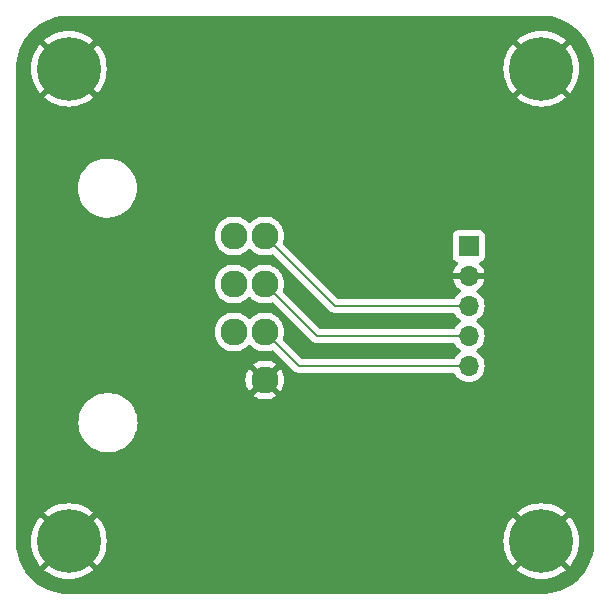
<source format=gbr>
%TF.GenerationSoftware,KiCad,Pcbnew,8.0.1*%
%TF.CreationDate,2024-05-22T16:22:40+01:00*%
%TF.ProjectId,NES_Controller_Breakout_Board,4e45535f-436f-46e7-9472-6f6c6c65725f,rev?*%
%TF.SameCoordinates,Original*%
%TF.FileFunction,Copper,L1,Top*%
%TF.FilePolarity,Positive*%
%FSLAX46Y46*%
G04 Gerber Fmt 4.6, Leading zero omitted, Abs format (unit mm)*
G04 Created by KiCad (PCBNEW 8.0.1) date 2024-05-22 16:22:40*
%MOMM*%
%LPD*%
G01*
G04 APERTURE LIST*
%TA.AperFunction,ComponentPad*%
%ADD10C,2.286000*%
%TD*%
%TA.AperFunction,ComponentPad*%
%ADD11C,5.400000*%
%TD*%
%TA.AperFunction,ComponentPad*%
%ADD12R,1.700000X1.700000*%
%TD*%
%TA.AperFunction,ComponentPad*%
%ADD13O,1.700000X1.700000*%
%TD*%
%TA.AperFunction,Conductor*%
%ADD14C,0.200000*%
%TD*%
G04 APERTURE END LIST*
D10*
%TO.P,J1,1,GND*%
%TO.N,GND*%
X153496653Y-126357655D03*
%TO.P,J1,2,Clock*%
%TO.N,Clock*%
X153496653Y-122293655D03*
%TO.P,J1,3,Load*%
%TO.N,Load*%
X153496653Y-118229655D03*
%TO.P,J1,4,Data*%
%TO.N,Data*%
X153496653Y-114165655D03*
%TO.P,J1,5,NC*%
%TO.N,unconnected-(J1-NC-Pad5)*%
X150885253Y-114165655D03*
%TO.P,J1,6,NC*%
%TO.N,unconnected-(J1-NC-Pad6)*%
X150885253Y-118229655D03*
%TO.P,J1,7,VCC*%
%TO.N,VCC*%
X150885253Y-122293655D03*
%TD*%
D11*
%TO.P,H2,1,1*%
%TO.N,GND*%
X136900426Y-100000000D03*
%TD*%
D12*
%TO.P,J2,1,Pin_1*%
%TO.N,VCC*%
X170750000Y-115000000D03*
D13*
%TO.P,J2,2,Pin_2*%
%TO.N,GND*%
X170750000Y-117540000D03*
%TO.P,J2,3,Pin_3*%
%TO.N,Data*%
X170750000Y-120080000D03*
%TO.P,J2,4,Pin_4*%
%TO.N,Load*%
X170750000Y-122620000D03*
%TO.P,J2,5,Pin_5*%
%TO.N,Clock*%
X170750000Y-125160000D03*
%TD*%
D11*
%TO.P,H1,1,1*%
%TO.N,GND*%
X176900426Y-100000000D03*
%TD*%
%TO.P,H3,1,1*%
%TO.N,GND*%
X176900426Y-140000000D03*
%TD*%
%TO.P,H4,1,1*%
%TO.N,GND*%
X136900426Y-140000000D03*
%TD*%
D14*
%TO.N,Clock*%
X156362998Y-125160000D02*
X170750000Y-125160000D01*
X153496653Y-122293655D02*
X156362998Y-125160000D01*
%TO.N,Load*%
X157886998Y-122620000D02*
X170750000Y-122620000D01*
X153496653Y-118229655D02*
X157886998Y-122620000D01*
%TO.N,Data*%
X159410998Y-120080000D02*
X153496653Y-114165655D01*
X170750000Y-120080000D02*
X159410998Y-120080000D01*
%TD*%
%TA.AperFunction,Conductor*%
%TO.N,GND*%
G36*
X176903125Y-95500618D02*
G01*
X177287188Y-95517388D01*
X177297930Y-95518328D01*
X177676390Y-95568155D01*
X177687017Y-95570028D01*
X178059702Y-95652653D01*
X178070128Y-95655446D01*
X178434183Y-95770234D01*
X178444333Y-95773928D01*
X178505049Y-95799078D01*
X178796986Y-95920004D01*
X178806790Y-95924576D01*
X179145370Y-96100830D01*
X179154717Y-96106226D01*
X179437957Y-96286673D01*
X179476648Y-96311322D01*
X179485508Y-96317526D01*
X179788339Y-96549896D01*
X179796615Y-96556840D01*
X180063133Y-96801060D01*
X180078043Y-96814723D01*
X180085692Y-96822372D01*
X180343569Y-97103797D01*
X180350522Y-97112084D01*
X180582881Y-97414901D01*
X180589086Y-97423762D01*
X180794179Y-97745696D01*
X180799587Y-97755064D01*
X180975833Y-98093629D01*
X180980405Y-98103433D01*
X181126477Y-98456083D01*
X181130177Y-98466249D01*
X181244955Y-98830281D01*
X181247755Y-98840729D01*
X181330372Y-99213390D01*
X181332250Y-99224044D01*
X181382071Y-99602474D01*
X181383014Y-99613250D01*
X181399808Y-99997884D01*
X181399926Y-100003293D01*
X181399926Y-139997293D01*
X181399808Y-140002702D01*
X181383040Y-140386752D01*
X181382097Y-140397528D01*
X181332276Y-140775957D01*
X181330398Y-140786611D01*
X181247779Y-141159278D01*
X181244979Y-141169726D01*
X181130201Y-141533759D01*
X181126501Y-141543925D01*
X180980428Y-141896577D01*
X180975856Y-141906381D01*
X180799610Y-142244948D01*
X180794202Y-142254316D01*
X180589107Y-142576252D01*
X180582902Y-142585113D01*
X180350542Y-142887932D01*
X180343589Y-142896219D01*
X180085711Y-143177645D01*
X180078062Y-143185294D01*
X179796643Y-143443169D01*
X179788356Y-143450123D01*
X179485519Y-143682499D01*
X179476657Y-143688703D01*
X179154745Y-143893785D01*
X179145377Y-143899194D01*
X178806801Y-144075446D01*
X178796997Y-144080018D01*
X178444349Y-144226092D01*
X178434184Y-144229792D01*
X178070147Y-144344574D01*
X178059698Y-144347374D01*
X177687035Y-144429993D01*
X177676382Y-144431871D01*
X177297950Y-144481695D01*
X177287173Y-144482638D01*
X176903720Y-144499382D01*
X176898311Y-144499500D01*
X136973925Y-144499500D01*
X136973909Y-144499499D01*
X136903127Y-144499499D01*
X136897719Y-144499381D01*
X136513671Y-144482616D01*
X136502895Y-144481673D01*
X136313678Y-144456763D01*
X136124462Y-144431853D01*
X136113809Y-144429975D01*
X135741145Y-144347359D01*
X135730696Y-144344559D01*
X135366657Y-144229779D01*
X135356492Y-144226079D01*
X135003847Y-144080011D01*
X134994042Y-144075439D01*
X134655471Y-143899191D01*
X134646103Y-143893783D01*
X134324167Y-143688689D01*
X134315306Y-143682484D01*
X134012486Y-143450123D01*
X134004199Y-143443170D01*
X133744324Y-143205041D01*
X133722760Y-143185281D01*
X133715117Y-143177637D01*
X133666595Y-143124685D01*
X133457249Y-142896224D01*
X133450300Y-142887944D01*
X133450071Y-142887646D01*
X133217918Y-142585099D01*
X133211715Y-142576238D01*
X133166845Y-142505806D01*
X133006625Y-142254312D01*
X133001231Y-142244971D01*
X132824972Y-141906381D01*
X132820400Y-141896577D01*
X132685474Y-141570839D01*
X132674321Y-141543914D01*
X132670632Y-141533779D01*
X132555843Y-141169714D01*
X132553047Y-141159278D01*
X132470426Y-140786604D01*
X132468550Y-140775958D01*
X132460286Y-140713185D01*
X132418726Y-140397508D01*
X132417786Y-140386771D01*
X132401044Y-140003296D01*
X132400972Y-140000000D01*
X133695384Y-140000000D01*
X133715536Y-140358846D01*
X133715538Y-140358858D01*
X133775740Y-140713185D01*
X133775742Y-140713194D01*
X133875238Y-141058552D01*
X134012779Y-141390609D01*
X134012781Y-141390613D01*
X134186641Y-141705189D01*
X134186644Y-141705194D01*
X134394619Y-141998306D01*
X134467270Y-142079601D01*
X135785154Y-140761717D01*
X135870704Y-140879466D01*
X136020960Y-141029722D01*
X136138707Y-141115270D01*
X134820823Y-142433154D01*
X134902119Y-142505806D01*
X135195231Y-142713781D01*
X135195236Y-142713784D01*
X135509812Y-142887644D01*
X135509816Y-142887646D01*
X135841873Y-143025187D01*
X136187231Y-143124683D01*
X136187240Y-143124685D01*
X136541567Y-143184887D01*
X136541579Y-143184889D01*
X136900426Y-143205041D01*
X137259272Y-143184889D01*
X137259284Y-143184887D01*
X137613611Y-143124685D01*
X137613620Y-143124683D01*
X137958978Y-143025187D01*
X138291035Y-142887646D01*
X138291039Y-142887644D01*
X138605615Y-142713784D01*
X138605620Y-142713781D01*
X138898725Y-142505811D01*
X138898748Y-142505793D01*
X138980028Y-142433155D01*
X138980028Y-142433154D01*
X137662144Y-141115270D01*
X137779892Y-141029722D01*
X137930148Y-140879466D01*
X138015696Y-140761718D01*
X139333580Y-142079602D01*
X139333581Y-142079602D01*
X139406219Y-141998322D01*
X139406237Y-141998299D01*
X139614207Y-141705194D01*
X139614210Y-141705189D01*
X139788070Y-141390613D01*
X139788072Y-141390609D01*
X139925613Y-141058552D01*
X140025109Y-140713194D01*
X140025111Y-140713185D01*
X140085313Y-140358858D01*
X140085315Y-140358846D01*
X140105467Y-140000000D01*
X173695384Y-140000000D01*
X173715536Y-140358846D01*
X173715538Y-140358858D01*
X173775740Y-140713185D01*
X173775742Y-140713194D01*
X173875238Y-141058552D01*
X174012779Y-141390609D01*
X174012781Y-141390613D01*
X174186641Y-141705189D01*
X174186644Y-141705194D01*
X174394619Y-141998306D01*
X174467270Y-142079601D01*
X175785154Y-140761717D01*
X175870704Y-140879466D01*
X176020960Y-141029722D01*
X176138707Y-141115270D01*
X174820823Y-142433154D01*
X174902119Y-142505806D01*
X175195231Y-142713781D01*
X175195236Y-142713784D01*
X175509812Y-142887644D01*
X175509816Y-142887646D01*
X175841873Y-143025187D01*
X176187231Y-143124683D01*
X176187240Y-143124685D01*
X176541567Y-143184887D01*
X176541579Y-143184889D01*
X176900426Y-143205041D01*
X177259272Y-143184889D01*
X177259284Y-143184887D01*
X177613611Y-143124685D01*
X177613620Y-143124683D01*
X177958978Y-143025187D01*
X178291035Y-142887646D01*
X178291039Y-142887644D01*
X178605615Y-142713784D01*
X178605620Y-142713781D01*
X178898725Y-142505811D01*
X178898748Y-142505793D01*
X178980028Y-142433155D01*
X178980028Y-142433154D01*
X177662144Y-141115270D01*
X177779892Y-141029722D01*
X177930148Y-140879466D01*
X178015696Y-140761718D01*
X179333580Y-142079602D01*
X179333581Y-142079602D01*
X179406219Y-141998322D01*
X179406237Y-141998299D01*
X179614207Y-141705194D01*
X179614210Y-141705189D01*
X179788070Y-141390613D01*
X179788072Y-141390609D01*
X179925613Y-141058552D01*
X180025109Y-140713194D01*
X180025111Y-140713185D01*
X180085313Y-140358858D01*
X180085315Y-140358846D01*
X180105467Y-140000000D01*
X180085315Y-139641153D01*
X180085313Y-139641141D01*
X180025111Y-139286814D01*
X180025109Y-139286805D01*
X179925613Y-138941447D01*
X179788072Y-138609390D01*
X179788070Y-138609386D01*
X179614210Y-138294810D01*
X179614207Y-138294805D01*
X179406232Y-138001693D01*
X179333580Y-137920397D01*
X178015696Y-139238281D01*
X177930148Y-139120534D01*
X177779892Y-138970278D01*
X177662143Y-138884729D01*
X178980027Y-137566844D01*
X178980028Y-137566844D01*
X178898732Y-137494193D01*
X178605620Y-137286218D01*
X178605615Y-137286215D01*
X178291039Y-137112355D01*
X178291035Y-137112353D01*
X177958978Y-136974812D01*
X177613620Y-136875316D01*
X177613611Y-136875314D01*
X177259284Y-136815112D01*
X177259272Y-136815110D01*
X176900426Y-136794958D01*
X176541579Y-136815110D01*
X176541567Y-136815112D01*
X176187240Y-136875314D01*
X176187231Y-136875316D01*
X175841873Y-136974812D01*
X175509816Y-137112353D01*
X175509812Y-137112355D01*
X175195236Y-137286215D01*
X175195231Y-137286218D01*
X174902119Y-137494193D01*
X174820823Y-137566844D01*
X176138708Y-138884729D01*
X176020960Y-138970278D01*
X175870704Y-139120534D01*
X175785155Y-139238282D01*
X174467270Y-137920397D01*
X174394619Y-138001693D01*
X174186644Y-138294805D01*
X174186641Y-138294810D01*
X174012781Y-138609386D01*
X174012779Y-138609390D01*
X173875238Y-138941447D01*
X173775742Y-139286805D01*
X173775740Y-139286814D01*
X173715538Y-139641141D01*
X173715536Y-139641153D01*
X173695384Y-140000000D01*
X140105467Y-140000000D01*
X140085315Y-139641153D01*
X140085313Y-139641141D01*
X140025111Y-139286814D01*
X140025109Y-139286805D01*
X139925613Y-138941447D01*
X139788072Y-138609390D01*
X139788070Y-138609386D01*
X139614210Y-138294810D01*
X139614207Y-138294805D01*
X139406232Y-138001693D01*
X139333580Y-137920397D01*
X138015696Y-139238281D01*
X137930148Y-139120534D01*
X137779892Y-138970278D01*
X137662143Y-138884729D01*
X138980027Y-137566844D01*
X138980028Y-137566844D01*
X138898732Y-137494193D01*
X138605620Y-137286218D01*
X138605615Y-137286215D01*
X138291039Y-137112355D01*
X138291035Y-137112353D01*
X137958978Y-136974812D01*
X137613620Y-136875316D01*
X137613611Y-136875314D01*
X137259284Y-136815112D01*
X137259272Y-136815110D01*
X136900426Y-136794958D01*
X136541579Y-136815110D01*
X136541567Y-136815112D01*
X136187240Y-136875314D01*
X136187231Y-136875316D01*
X135841873Y-136974812D01*
X135509816Y-137112353D01*
X135509812Y-137112355D01*
X135195236Y-137286215D01*
X135195231Y-137286218D01*
X134902119Y-137494193D01*
X134820823Y-137566844D01*
X136138708Y-138884729D01*
X136020960Y-138970278D01*
X135870704Y-139120534D01*
X135785155Y-139238282D01*
X134467270Y-137920397D01*
X134394619Y-138001693D01*
X134186644Y-138294805D01*
X134186641Y-138294810D01*
X134012781Y-138609386D01*
X134012779Y-138609390D01*
X133875238Y-138941447D01*
X133775742Y-139286805D01*
X133775740Y-139286814D01*
X133715538Y-139641141D01*
X133715536Y-139641153D01*
X133695384Y-140000000D01*
X132400972Y-140000000D01*
X132400926Y-139997888D01*
X132400926Y-129961078D01*
X137707124Y-129961078D01*
X137726878Y-130275077D01*
X137726879Y-130275084D01*
X137785838Y-130584156D01*
X137883065Y-130883389D01*
X137883067Y-130883394D01*
X138017029Y-131168076D01*
X138017032Y-131168082D01*
X138185619Y-131433734D01*
X138185622Y-131433738D01*
X138386174Y-131676163D01*
X138386176Y-131676165D01*
X138615536Y-131891549D01*
X138615546Y-131891557D01*
X138870072Y-132076481D01*
X138870077Y-132076483D01*
X138870084Y-132076489D01*
X139145802Y-132228067D01*
X139145807Y-132228069D01*
X139145809Y-132228070D01*
X139145810Y-132228071D01*
X139438339Y-132343891D01*
X139438342Y-132343892D01*
X139743091Y-132422138D01*
X139743095Y-132422139D01*
X139808578Y-132430411D01*
X140055238Y-132461572D01*
X140055247Y-132461572D01*
X140055250Y-132461573D01*
X140055252Y-132461573D01*
X140369884Y-132461573D01*
X140369886Y-132461573D01*
X140369889Y-132461572D01*
X140369897Y-132461572D01*
X140556161Y-132438041D01*
X140682041Y-132422139D01*
X140986793Y-132343892D01*
X140986796Y-132343891D01*
X141279325Y-132228071D01*
X141279326Y-132228070D01*
X141279324Y-132228070D01*
X141279334Y-132228067D01*
X141555052Y-132076489D01*
X141809598Y-131891551D01*
X142038958Y-131676167D01*
X142239515Y-131433736D01*
X142408105Y-131168080D01*
X142542071Y-130883388D01*
X142639299Y-130584152D01*
X142698256Y-130275088D01*
X142718012Y-129961073D01*
X142702484Y-129714263D01*
X142698257Y-129647068D01*
X142698256Y-129647061D01*
X142698256Y-129647058D01*
X142639299Y-129337994D01*
X142542071Y-129038758D01*
X142408105Y-128754066D01*
X142239515Y-128488410D01*
X142221551Y-128466695D01*
X142038961Y-128245982D01*
X142038959Y-128245980D01*
X141809599Y-128030596D01*
X141809589Y-128030588D01*
X141555063Y-127845664D01*
X141555056Y-127845659D01*
X141555052Y-127845657D01*
X141279334Y-127694079D01*
X141279331Y-127694077D01*
X141279326Y-127694075D01*
X141279325Y-127694074D01*
X140986796Y-127578254D01*
X140986793Y-127578253D01*
X140682044Y-127500007D01*
X140682031Y-127500005D01*
X140369897Y-127460573D01*
X140369886Y-127460573D01*
X140055250Y-127460573D01*
X140055238Y-127460573D01*
X139743104Y-127500005D01*
X139743091Y-127500007D01*
X139438342Y-127578253D01*
X139438339Y-127578254D01*
X139145810Y-127694074D01*
X139145809Y-127694075D01*
X138870084Y-127845657D01*
X138870072Y-127845664D01*
X138615546Y-128030588D01*
X138615536Y-128030596D01*
X138386176Y-128245980D01*
X138386174Y-128245982D01*
X138185622Y-128488407D01*
X138185619Y-128488411D01*
X138017032Y-128754063D01*
X138017029Y-128754069D01*
X137883067Y-129038751D01*
X137883065Y-129038756D01*
X137785838Y-129337989D01*
X137726879Y-129647061D01*
X137726878Y-129647068D01*
X137707124Y-129961067D01*
X137707124Y-129961078D01*
X132400926Y-129961078D01*
X132400926Y-126357655D01*
X151848573Y-126357655D01*
X151868864Y-126615475D01*
X151929235Y-126866940D01*
X152028202Y-127105868D01*
X152163326Y-127326369D01*
X152163329Y-127326374D01*
X152168420Y-127332334D01*
X152780730Y-126720024D01*
X152787614Y-126736644D01*
X152875175Y-126867689D01*
X152986619Y-126979133D01*
X153117664Y-127066694D01*
X153134282Y-127073577D01*
X152521972Y-127685887D01*
X152527936Y-127690980D01*
X152748439Y-127826105D01*
X152987367Y-127925072D01*
X153238832Y-127985443D01*
X153496653Y-128005734D01*
X153754473Y-127985443D01*
X154005938Y-127925072D01*
X154244866Y-127826105D01*
X154465366Y-127690981D01*
X154465376Y-127690974D01*
X154471331Y-127685887D01*
X154471331Y-127685886D01*
X153859022Y-127073577D01*
X153875642Y-127066694D01*
X154006687Y-126979133D01*
X154118131Y-126867689D01*
X154205692Y-126736644D01*
X154212575Y-126720024D01*
X154824884Y-127332333D01*
X154824885Y-127332333D01*
X154829972Y-127326378D01*
X154829979Y-127326368D01*
X154965103Y-127105868D01*
X155064070Y-126866940D01*
X155124441Y-126615475D01*
X155144732Y-126357655D01*
X155124441Y-126099834D01*
X155064070Y-125848369D01*
X154965103Y-125609441D01*
X154829978Y-125388938D01*
X154824885Y-125382974D01*
X154212575Y-125995284D01*
X154205692Y-125978666D01*
X154118131Y-125847621D01*
X154006687Y-125736177D01*
X153875642Y-125648616D01*
X153859022Y-125641731D01*
X154471332Y-125029422D01*
X154471332Y-125029421D01*
X154465372Y-125024331D01*
X154465367Y-125024328D01*
X154244866Y-124889204D01*
X154005938Y-124790237D01*
X153754473Y-124729866D01*
X153496653Y-124709575D01*
X153238832Y-124729866D01*
X152987367Y-124790237D01*
X152748439Y-124889204D01*
X152527942Y-125024325D01*
X152527926Y-125024337D01*
X152521973Y-125029421D01*
X153134283Y-125641731D01*
X153117664Y-125648616D01*
X152986619Y-125736177D01*
X152875175Y-125847621D01*
X152787614Y-125978666D01*
X152780730Y-125995285D01*
X152168420Y-125382975D01*
X152168419Y-125382975D01*
X152163335Y-125388928D01*
X152163323Y-125388944D01*
X152028202Y-125609441D01*
X151929235Y-125848369D01*
X151868864Y-126099834D01*
X151848573Y-126357655D01*
X132400926Y-126357655D01*
X132400926Y-122293655D01*
X149236671Y-122293655D01*
X149256968Y-122551553D01*
X149317355Y-122803085D01*
X149317359Y-122803097D01*
X149416355Y-123042096D01*
X149551520Y-123262664D01*
X149551523Y-123262669D01*
X149581557Y-123297834D01*
X149719529Y-123459379D01*
X149845444Y-123566920D01*
X149916238Y-123627384D01*
X149916243Y-123627387D01*
X150136811Y-123762552D01*
X150212818Y-123794035D01*
X150375813Y-123861550D01*
X150627358Y-123921940D01*
X150885253Y-123942237D01*
X151143148Y-123921940D01*
X151394693Y-123861550D01*
X151633694Y-123762552D01*
X151854265Y-123627386D01*
X152050977Y-123459379D01*
X152096664Y-123405885D01*
X152155169Y-123367694D01*
X152225036Y-123367194D01*
X152284083Y-123404547D01*
X152285162Y-123405792D01*
X152330929Y-123459379D01*
X152449551Y-123560691D01*
X152527638Y-123627384D01*
X152527643Y-123627387D01*
X152748211Y-123762552D01*
X152824218Y-123794035D01*
X152987213Y-123861550D01*
X153238758Y-123921940D01*
X153496653Y-123942237D01*
X153754548Y-123921940D01*
X154006093Y-123861550D01*
X154077487Y-123831976D01*
X154146955Y-123824508D01*
X154209434Y-123855782D01*
X154212620Y-123858857D01*
X155878137Y-125524374D01*
X155878147Y-125524385D01*
X155882477Y-125528715D01*
X155882478Y-125528716D01*
X155994282Y-125640520D01*
X156081093Y-125690639D01*
X156081095Y-125690641D01*
X156119149Y-125712611D01*
X156131213Y-125719577D01*
X156283941Y-125760501D01*
X156283944Y-125760501D01*
X156449651Y-125760501D01*
X156449667Y-125760500D01*
X169460909Y-125760500D01*
X169527948Y-125780185D01*
X169573292Y-125832097D01*
X169575965Y-125837830D01*
X169711505Y-126031401D01*
X169878599Y-126198495D01*
X169975384Y-126266265D01*
X170072165Y-126334032D01*
X170072167Y-126334033D01*
X170072170Y-126334035D01*
X170286337Y-126433903D01*
X170286343Y-126433904D01*
X170286344Y-126433905D01*
X170341285Y-126448626D01*
X170514592Y-126495063D01*
X170702918Y-126511539D01*
X170749999Y-126515659D01*
X170750000Y-126515659D01*
X170750001Y-126515659D01*
X170789234Y-126512226D01*
X170985408Y-126495063D01*
X171213663Y-126433903D01*
X171427830Y-126334035D01*
X171621401Y-126198495D01*
X171788495Y-126031401D01*
X171924035Y-125837830D01*
X172023903Y-125623663D01*
X172085063Y-125395408D01*
X172105659Y-125160000D01*
X172085063Y-124924592D01*
X172023903Y-124696337D01*
X171924035Y-124482171D01*
X171924034Y-124482169D01*
X171788494Y-124288597D01*
X171621402Y-124121506D01*
X171621396Y-124121501D01*
X171435842Y-123991575D01*
X171392217Y-123936998D01*
X171385023Y-123867500D01*
X171416546Y-123805145D01*
X171435842Y-123788425D01*
X171472792Y-123762552D01*
X171621401Y-123658495D01*
X171788495Y-123491401D01*
X171924035Y-123297830D01*
X172023903Y-123083663D01*
X172085063Y-122855408D01*
X172105659Y-122620000D01*
X172085063Y-122384592D01*
X172023903Y-122156337D01*
X171924035Y-121942171D01*
X171924034Y-121942169D01*
X171788494Y-121748597D01*
X171621402Y-121581506D01*
X171621396Y-121581501D01*
X171435842Y-121451575D01*
X171392217Y-121396998D01*
X171385023Y-121327500D01*
X171416546Y-121265145D01*
X171435842Y-121248425D01*
X171476987Y-121219615D01*
X171621401Y-121118495D01*
X171788495Y-120951401D01*
X171924035Y-120757830D01*
X172023903Y-120543663D01*
X172085063Y-120315408D01*
X172105659Y-120080000D01*
X172085063Y-119844592D01*
X172023903Y-119616337D01*
X171924035Y-119402171D01*
X171924034Y-119402169D01*
X171788494Y-119208597D01*
X171621402Y-119041506D01*
X171621401Y-119041505D01*
X171435405Y-118911269D01*
X171391781Y-118856692D01*
X171384588Y-118787193D01*
X171416110Y-118724839D01*
X171435405Y-118708119D01*
X171621082Y-118578105D01*
X171788105Y-118411082D01*
X171923600Y-118217578D01*
X172023429Y-118003492D01*
X172023432Y-118003486D01*
X172080636Y-117790000D01*
X171183012Y-117790000D01*
X171215925Y-117732993D01*
X171250000Y-117605826D01*
X171250000Y-117474174D01*
X171215925Y-117347007D01*
X171183012Y-117290000D01*
X172080636Y-117290000D01*
X172080635Y-117289999D01*
X172023432Y-117076513D01*
X172023429Y-117076507D01*
X171923600Y-116862422D01*
X171923599Y-116862420D01*
X171788113Y-116668926D01*
X171788108Y-116668920D01*
X171666053Y-116546865D01*
X171632568Y-116485542D01*
X171637552Y-116415850D01*
X171679424Y-116359917D01*
X171710400Y-116343002D01*
X171842331Y-116293796D01*
X171957546Y-116207546D01*
X172043796Y-116092331D01*
X172094091Y-115957483D01*
X172100500Y-115897873D01*
X172100499Y-114102128D01*
X172094091Y-114042517D01*
X172043828Y-113907756D01*
X172043797Y-113907671D01*
X172043793Y-113907664D01*
X171957547Y-113792455D01*
X171957544Y-113792452D01*
X171842335Y-113706206D01*
X171842328Y-113706202D01*
X171707482Y-113655908D01*
X171707483Y-113655908D01*
X171647883Y-113649501D01*
X171647881Y-113649500D01*
X171647873Y-113649500D01*
X171647864Y-113649500D01*
X169852129Y-113649500D01*
X169852123Y-113649501D01*
X169792516Y-113655908D01*
X169657671Y-113706202D01*
X169657664Y-113706206D01*
X169542455Y-113792452D01*
X169542452Y-113792455D01*
X169456206Y-113907664D01*
X169456202Y-113907671D01*
X169405908Y-114042517D01*
X169399501Y-114102116D01*
X169399501Y-114102123D01*
X169399500Y-114102135D01*
X169399500Y-115897870D01*
X169399501Y-115897876D01*
X169405908Y-115957483D01*
X169456202Y-116092328D01*
X169456206Y-116092335D01*
X169542452Y-116207544D01*
X169542455Y-116207547D01*
X169657664Y-116293793D01*
X169657671Y-116293797D01*
X169657674Y-116293798D01*
X169789598Y-116343002D01*
X169845531Y-116384873D01*
X169869949Y-116450337D01*
X169855098Y-116518610D01*
X169833947Y-116546865D01*
X169711886Y-116668926D01*
X169576400Y-116862420D01*
X169576399Y-116862422D01*
X169476570Y-117076507D01*
X169476567Y-117076513D01*
X169419364Y-117289999D01*
X169419364Y-117290000D01*
X170316988Y-117290000D01*
X170284075Y-117347007D01*
X170250000Y-117474174D01*
X170250000Y-117605826D01*
X170284075Y-117732993D01*
X170316988Y-117790000D01*
X169419364Y-117790000D01*
X169476567Y-118003486D01*
X169476570Y-118003492D01*
X169576399Y-118217578D01*
X169711894Y-118411082D01*
X169878917Y-118578105D01*
X170064595Y-118708119D01*
X170108219Y-118762696D01*
X170115412Y-118832195D01*
X170083890Y-118894549D01*
X170064595Y-118911269D01*
X169878594Y-119041508D01*
X169711506Y-119208596D01*
X169575965Y-119402170D01*
X169575962Y-119402175D01*
X169573289Y-119407909D01*
X169527115Y-119460346D01*
X169460909Y-119479500D01*
X159711095Y-119479500D01*
X159644056Y-119459815D01*
X159623414Y-119443181D01*
X155061855Y-114881622D01*
X155028370Y-114820299D01*
X155033354Y-114750607D01*
X155034958Y-114746528D01*
X155064548Y-114675095D01*
X155124938Y-114423550D01*
X155145235Y-114165655D01*
X155124938Y-113907760D01*
X155064548Y-113656215D01*
X154965550Y-113417214D01*
X154965550Y-113417213D01*
X154830385Y-113196645D01*
X154830382Y-113196640D01*
X154708062Y-113053422D01*
X154662377Y-112999931D01*
X154554834Y-112908081D01*
X154465667Y-112831925D01*
X154465662Y-112831922D01*
X154245094Y-112696757D01*
X154006095Y-112597761D01*
X154006097Y-112597761D01*
X154006093Y-112597760D01*
X154006089Y-112597759D01*
X154006083Y-112597757D01*
X153754551Y-112537370D01*
X153496653Y-112517073D01*
X153238754Y-112537370D01*
X152987222Y-112597757D01*
X152987210Y-112597761D01*
X152748211Y-112696757D01*
X152527643Y-112831922D01*
X152527638Y-112831925D01*
X152330929Y-112999931D01*
X152285243Y-113053422D01*
X152226735Y-113091615D01*
X152156868Y-113092113D01*
X152097822Y-113054759D01*
X152096663Y-113053422D01*
X152083264Y-113037734D01*
X152050977Y-112999931D01*
X151943434Y-112908081D01*
X151854267Y-112831925D01*
X151854262Y-112831922D01*
X151633694Y-112696757D01*
X151394695Y-112597761D01*
X151394697Y-112597761D01*
X151394693Y-112597760D01*
X151394689Y-112597759D01*
X151394683Y-112597757D01*
X151143151Y-112537370D01*
X150885253Y-112517073D01*
X150627354Y-112537370D01*
X150375822Y-112597757D01*
X150375810Y-112597761D01*
X150136811Y-112696757D01*
X149916243Y-112831922D01*
X149916238Y-112831925D01*
X149719529Y-112999931D01*
X149551523Y-113196640D01*
X149551520Y-113196645D01*
X149416355Y-113417213D01*
X149317359Y-113656212D01*
X149317355Y-113656224D01*
X149256968Y-113907756D01*
X149236671Y-114165655D01*
X149256968Y-114423553D01*
X149317355Y-114675085D01*
X149317359Y-114675097D01*
X149416355Y-114914096D01*
X149551520Y-115134664D01*
X149551523Y-115134669D01*
X149627679Y-115223836D01*
X149719529Y-115331379D01*
X149845444Y-115438920D01*
X149916238Y-115499384D01*
X149916243Y-115499387D01*
X150136811Y-115634552D01*
X150221310Y-115669552D01*
X150375813Y-115733550D01*
X150627358Y-115793940D01*
X150885253Y-115814237D01*
X151143148Y-115793940D01*
X151394693Y-115733550D01*
X151633694Y-115634552D01*
X151854265Y-115499386D01*
X152050977Y-115331379D01*
X152096664Y-115277885D01*
X152155169Y-115239694D01*
X152225036Y-115239194D01*
X152284083Y-115276547D01*
X152285162Y-115277792D01*
X152330929Y-115331379D01*
X152449551Y-115432691D01*
X152527638Y-115499384D01*
X152527643Y-115499387D01*
X152748211Y-115634552D01*
X152832710Y-115669552D01*
X152987213Y-115733550D01*
X153238758Y-115793940D01*
X153496653Y-115814237D01*
X153754548Y-115793940D01*
X154006093Y-115733550D01*
X154077487Y-115703976D01*
X154146955Y-115696508D01*
X154209434Y-115727782D01*
X154212620Y-115730857D01*
X158926137Y-120444374D01*
X158926147Y-120444385D01*
X158930477Y-120448715D01*
X158930478Y-120448716D01*
X159042282Y-120560520D01*
X159129093Y-120610639D01*
X159129095Y-120610641D01*
X159167149Y-120632611D01*
X159179213Y-120639577D01*
X159331941Y-120680501D01*
X159331944Y-120680501D01*
X159497651Y-120680501D01*
X159497667Y-120680500D01*
X169460909Y-120680500D01*
X169527948Y-120700185D01*
X169573292Y-120752097D01*
X169575965Y-120757830D01*
X169575966Y-120757831D01*
X169711501Y-120951395D01*
X169711506Y-120951402D01*
X169878597Y-121118493D01*
X169878603Y-121118498D01*
X170064158Y-121248425D01*
X170107783Y-121303002D01*
X170114977Y-121372500D01*
X170083454Y-121434855D01*
X170064158Y-121451575D01*
X169878597Y-121581505D01*
X169711506Y-121748596D01*
X169575965Y-121942170D01*
X169575962Y-121942175D01*
X169573289Y-121947909D01*
X169527115Y-122000346D01*
X169460909Y-122019500D01*
X158187095Y-122019500D01*
X158120056Y-121999815D01*
X158099414Y-121983181D01*
X155061855Y-118945622D01*
X155028370Y-118884299D01*
X155033354Y-118814607D01*
X155034958Y-118810528D01*
X155064548Y-118739095D01*
X155124938Y-118487550D01*
X155145235Y-118229655D01*
X155124938Y-117971760D01*
X155064548Y-117720215D01*
X154965550Y-117481214D01*
X154965550Y-117481213D01*
X154830385Y-117260645D01*
X154830382Y-117260640D01*
X154708062Y-117117422D01*
X154662377Y-117063931D01*
X154554834Y-116972081D01*
X154465667Y-116895925D01*
X154465662Y-116895922D01*
X154245094Y-116760757D01*
X154023393Y-116668926D01*
X154006093Y-116661760D01*
X154006089Y-116661759D01*
X154006083Y-116661757D01*
X153754551Y-116601370D01*
X153496653Y-116581073D01*
X153238754Y-116601370D01*
X152987222Y-116661757D01*
X152987210Y-116661761D01*
X152748211Y-116760757D01*
X152527643Y-116895922D01*
X152527638Y-116895925D01*
X152330929Y-117063931D01*
X152285243Y-117117422D01*
X152226735Y-117155615D01*
X152156868Y-117156113D01*
X152097822Y-117118759D01*
X152096663Y-117117422D01*
X152083264Y-117101734D01*
X152050977Y-117063931D01*
X151943434Y-116972081D01*
X151854267Y-116895925D01*
X151854262Y-116895922D01*
X151633694Y-116760757D01*
X151411993Y-116668926D01*
X151394693Y-116661760D01*
X151394689Y-116661759D01*
X151394683Y-116661757D01*
X151143151Y-116601370D01*
X150885253Y-116581073D01*
X150627354Y-116601370D01*
X150375822Y-116661757D01*
X150375810Y-116661761D01*
X150136811Y-116760757D01*
X149916243Y-116895922D01*
X149916238Y-116895925D01*
X149719529Y-117063931D01*
X149551523Y-117260640D01*
X149551520Y-117260645D01*
X149416355Y-117481213D01*
X149317359Y-117720212D01*
X149317355Y-117720224D01*
X149256968Y-117971756D01*
X149236671Y-118229655D01*
X149256968Y-118487553D01*
X149317355Y-118739085D01*
X149317359Y-118739097D01*
X149416355Y-118978096D01*
X149551520Y-119198664D01*
X149551523Y-119198669D01*
X149627679Y-119287836D01*
X149719529Y-119395379D01*
X149795596Y-119460346D01*
X149916238Y-119563384D01*
X149916243Y-119563387D01*
X150136811Y-119698552D01*
X150221310Y-119733552D01*
X150375813Y-119797550D01*
X150627358Y-119857940D01*
X150885253Y-119878237D01*
X151143148Y-119857940D01*
X151394693Y-119797550D01*
X151633694Y-119698552D01*
X151854265Y-119563386D01*
X152050977Y-119395379D01*
X152096664Y-119341885D01*
X152155169Y-119303694D01*
X152225036Y-119303194D01*
X152284083Y-119340547D01*
X152285162Y-119341792D01*
X152330929Y-119395379D01*
X152406996Y-119460346D01*
X152527638Y-119563384D01*
X152527643Y-119563387D01*
X152748211Y-119698552D01*
X152832710Y-119733552D01*
X152987213Y-119797550D01*
X153238758Y-119857940D01*
X153496653Y-119878237D01*
X153754548Y-119857940D01*
X154006093Y-119797550D01*
X154077487Y-119767976D01*
X154146955Y-119760508D01*
X154209434Y-119791782D01*
X154212620Y-119794857D01*
X157402137Y-122984374D01*
X157402147Y-122984385D01*
X157406477Y-122988715D01*
X157406478Y-122988716D01*
X157518282Y-123100520D01*
X157518284Y-123100521D01*
X157518288Y-123100524D01*
X157655207Y-123179573D01*
X157655214Y-123179577D01*
X157767017Y-123209534D01*
X157807940Y-123220500D01*
X157807941Y-123220500D01*
X169460909Y-123220500D01*
X169527948Y-123240185D01*
X169573292Y-123292097D01*
X169575965Y-123297830D01*
X169689082Y-123459378D01*
X169711501Y-123491395D01*
X169711506Y-123491402D01*
X169878597Y-123658493D01*
X169878603Y-123658498D01*
X170064158Y-123788425D01*
X170107783Y-123843002D01*
X170114977Y-123912500D01*
X170083454Y-123974855D01*
X170064158Y-123991575D01*
X169878597Y-124121505D01*
X169711506Y-124288596D01*
X169575965Y-124482170D01*
X169575962Y-124482175D01*
X169573289Y-124487909D01*
X169527115Y-124540346D01*
X169460909Y-124559500D01*
X156663095Y-124559500D01*
X156596056Y-124539815D01*
X156575414Y-124523181D01*
X155061855Y-123009622D01*
X155028370Y-122948299D01*
X155033354Y-122878607D01*
X155034958Y-122874528D01*
X155064548Y-122803095D01*
X155124938Y-122551550D01*
X155145235Y-122293655D01*
X155124938Y-122035760D01*
X155064548Y-121784215D01*
X154980583Y-121581506D01*
X154965550Y-121545213D01*
X154830385Y-121324645D01*
X154830382Y-121324640D01*
X154708062Y-121181422D01*
X154662377Y-121127931D01*
X154554834Y-121036081D01*
X154465667Y-120959925D01*
X154465662Y-120959922D01*
X154245094Y-120824757D01*
X154006095Y-120725761D01*
X154006097Y-120725761D01*
X154006093Y-120725760D01*
X154006089Y-120725759D01*
X154006083Y-120725757D01*
X153754551Y-120665370D01*
X153496653Y-120645073D01*
X153238754Y-120665370D01*
X152987222Y-120725757D01*
X152987210Y-120725761D01*
X152748211Y-120824757D01*
X152527643Y-120959922D01*
X152527638Y-120959925D01*
X152330929Y-121127931D01*
X152285243Y-121181422D01*
X152226735Y-121219615D01*
X152156868Y-121220113D01*
X152097822Y-121182759D01*
X152096663Y-121181422D01*
X152083264Y-121165734D01*
X152050977Y-121127931D01*
X151943434Y-121036081D01*
X151854267Y-120959925D01*
X151854262Y-120959922D01*
X151633694Y-120824757D01*
X151394695Y-120725761D01*
X151394697Y-120725761D01*
X151394693Y-120725760D01*
X151394689Y-120725759D01*
X151394683Y-120725757D01*
X151143151Y-120665370D01*
X150885253Y-120645073D01*
X150627354Y-120665370D01*
X150375822Y-120725757D01*
X150375810Y-120725761D01*
X150136811Y-120824757D01*
X149916243Y-120959922D01*
X149916238Y-120959925D01*
X149719529Y-121127931D01*
X149551523Y-121324640D01*
X149551520Y-121324645D01*
X149416355Y-121545213D01*
X149317359Y-121784212D01*
X149317355Y-121784224D01*
X149256968Y-122035756D01*
X149236671Y-122293655D01*
X132400926Y-122293655D01*
X132400926Y-110110085D01*
X137639376Y-110110085D01*
X137659130Y-110424084D01*
X137659131Y-110424091D01*
X137718090Y-110733163D01*
X137815317Y-111032396D01*
X137815319Y-111032401D01*
X137949281Y-111317083D01*
X137949284Y-111317089D01*
X138117871Y-111582741D01*
X138117874Y-111582745D01*
X138318426Y-111825170D01*
X138318428Y-111825172D01*
X138547788Y-112040556D01*
X138547798Y-112040564D01*
X138802324Y-112225488D01*
X138802329Y-112225490D01*
X138802336Y-112225496D01*
X139078054Y-112377074D01*
X139078059Y-112377076D01*
X139078061Y-112377077D01*
X139078062Y-112377078D01*
X139370591Y-112492898D01*
X139370594Y-112492899D01*
X139543798Y-112537370D01*
X139675347Y-112571146D01*
X139740830Y-112579418D01*
X139987490Y-112610579D01*
X139987499Y-112610579D01*
X139987502Y-112610580D01*
X139987504Y-112610580D01*
X140302136Y-112610580D01*
X140302138Y-112610580D01*
X140302141Y-112610579D01*
X140302149Y-112610579D01*
X140488413Y-112587048D01*
X140614293Y-112571146D01*
X140919045Y-112492899D01*
X140919048Y-112492898D01*
X141211577Y-112377078D01*
X141211578Y-112377077D01*
X141211576Y-112377077D01*
X141211586Y-112377074D01*
X141487304Y-112225496D01*
X141741850Y-112040558D01*
X141971210Y-111825174D01*
X142171767Y-111582743D01*
X142340357Y-111317087D01*
X142474323Y-111032395D01*
X142571551Y-110733159D01*
X142630508Y-110424095D01*
X142650264Y-110110080D01*
X142634736Y-109863270D01*
X142630509Y-109796075D01*
X142630508Y-109796068D01*
X142630508Y-109796065D01*
X142571551Y-109487001D01*
X142474323Y-109187765D01*
X142340357Y-108903073D01*
X142171767Y-108637417D01*
X142153803Y-108615702D01*
X141971213Y-108394989D01*
X141971211Y-108394987D01*
X141741851Y-108179603D01*
X141741841Y-108179595D01*
X141487315Y-107994671D01*
X141487308Y-107994666D01*
X141487304Y-107994664D01*
X141211586Y-107843086D01*
X141211583Y-107843084D01*
X141211578Y-107843082D01*
X141211577Y-107843081D01*
X140919048Y-107727261D01*
X140919045Y-107727260D01*
X140614296Y-107649014D01*
X140614283Y-107649012D01*
X140302149Y-107609580D01*
X140302138Y-107609580D01*
X139987502Y-107609580D01*
X139987490Y-107609580D01*
X139675356Y-107649012D01*
X139675343Y-107649014D01*
X139370594Y-107727260D01*
X139370591Y-107727261D01*
X139078062Y-107843081D01*
X139078061Y-107843082D01*
X138802336Y-107994664D01*
X138802324Y-107994671D01*
X138547798Y-108179595D01*
X138547788Y-108179603D01*
X138318428Y-108394987D01*
X138318426Y-108394989D01*
X138117874Y-108637414D01*
X138117871Y-108637418D01*
X137949284Y-108903070D01*
X137949281Y-108903076D01*
X137815319Y-109187758D01*
X137815317Y-109187763D01*
X137718090Y-109486996D01*
X137659131Y-109796068D01*
X137659130Y-109796075D01*
X137639376Y-110110074D01*
X137639376Y-110110085D01*
X132400926Y-110110085D01*
X132400926Y-100002706D01*
X132400985Y-100000000D01*
X133695384Y-100000000D01*
X133715536Y-100358846D01*
X133715538Y-100358858D01*
X133775740Y-100713185D01*
X133775742Y-100713194D01*
X133875238Y-101058552D01*
X134012779Y-101390609D01*
X134012781Y-101390613D01*
X134186641Y-101705189D01*
X134186644Y-101705194D01*
X134394619Y-101998306D01*
X134467270Y-102079601D01*
X135785154Y-100761717D01*
X135870704Y-100879466D01*
X136020960Y-101029722D01*
X136138707Y-101115270D01*
X134820823Y-102433154D01*
X134902119Y-102505806D01*
X135195231Y-102713781D01*
X135195236Y-102713784D01*
X135509812Y-102887644D01*
X135509816Y-102887646D01*
X135841873Y-103025187D01*
X136187231Y-103124683D01*
X136187240Y-103124685D01*
X136541567Y-103184887D01*
X136541579Y-103184889D01*
X136900426Y-103205041D01*
X137259272Y-103184889D01*
X137259284Y-103184887D01*
X137613611Y-103124685D01*
X137613620Y-103124683D01*
X137958978Y-103025187D01*
X138291035Y-102887646D01*
X138291039Y-102887644D01*
X138605615Y-102713784D01*
X138605620Y-102713781D01*
X138898725Y-102505811D01*
X138898748Y-102505793D01*
X138980028Y-102433155D01*
X138980028Y-102433154D01*
X137662144Y-101115270D01*
X137779892Y-101029722D01*
X137930148Y-100879466D01*
X138015696Y-100761718D01*
X139333580Y-102079602D01*
X139333581Y-102079602D01*
X139406219Y-101998322D01*
X139406237Y-101998299D01*
X139614207Y-101705194D01*
X139614210Y-101705189D01*
X139788070Y-101390613D01*
X139788072Y-101390609D01*
X139925613Y-101058552D01*
X140025109Y-100713194D01*
X140025111Y-100713185D01*
X140085313Y-100358858D01*
X140085315Y-100358846D01*
X140105467Y-100000000D01*
X173695384Y-100000000D01*
X173715536Y-100358846D01*
X173715538Y-100358858D01*
X173775740Y-100713185D01*
X173775742Y-100713194D01*
X173875238Y-101058552D01*
X174012779Y-101390609D01*
X174012781Y-101390613D01*
X174186641Y-101705189D01*
X174186644Y-101705194D01*
X174394619Y-101998306D01*
X174467270Y-102079601D01*
X175785154Y-100761717D01*
X175870704Y-100879466D01*
X176020960Y-101029722D01*
X176138707Y-101115270D01*
X174820823Y-102433154D01*
X174902119Y-102505806D01*
X175195231Y-102713781D01*
X175195236Y-102713784D01*
X175509812Y-102887644D01*
X175509816Y-102887646D01*
X175841873Y-103025187D01*
X176187231Y-103124683D01*
X176187240Y-103124685D01*
X176541567Y-103184887D01*
X176541579Y-103184889D01*
X176900426Y-103205041D01*
X177259272Y-103184889D01*
X177259284Y-103184887D01*
X177613611Y-103124685D01*
X177613620Y-103124683D01*
X177958978Y-103025187D01*
X178291035Y-102887646D01*
X178291039Y-102887644D01*
X178605615Y-102713784D01*
X178605620Y-102713781D01*
X178898725Y-102505811D01*
X178898748Y-102505793D01*
X178980028Y-102433155D01*
X178980028Y-102433154D01*
X177662144Y-101115270D01*
X177779892Y-101029722D01*
X177930148Y-100879466D01*
X178015696Y-100761718D01*
X179333580Y-102079602D01*
X179333581Y-102079602D01*
X179406219Y-101998322D01*
X179406237Y-101998299D01*
X179614207Y-101705194D01*
X179614210Y-101705189D01*
X179788070Y-101390613D01*
X179788072Y-101390609D01*
X179925613Y-101058552D01*
X180025109Y-100713194D01*
X180025111Y-100713185D01*
X180085313Y-100358858D01*
X180085315Y-100358846D01*
X180105467Y-100000000D01*
X180085315Y-99641153D01*
X180085313Y-99641141D01*
X180025111Y-99286814D01*
X180025109Y-99286805D01*
X179925613Y-98941447D01*
X179788072Y-98609390D01*
X179788070Y-98609386D01*
X179614210Y-98294810D01*
X179614207Y-98294805D01*
X179406232Y-98001693D01*
X179333580Y-97920397D01*
X178015696Y-99238281D01*
X177930148Y-99120534D01*
X177779892Y-98970278D01*
X177662143Y-98884729D01*
X178980027Y-97566844D01*
X178980028Y-97566844D01*
X178898732Y-97494193D01*
X178605620Y-97286218D01*
X178605615Y-97286215D01*
X178291039Y-97112355D01*
X178291035Y-97112353D01*
X177958978Y-96974812D01*
X177613620Y-96875316D01*
X177613611Y-96875314D01*
X177259284Y-96815112D01*
X177259272Y-96815110D01*
X176900426Y-96794958D01*
X176541579Y-96815110D01*
X176541567Y-96815112D01*
X176187240Y-96875314D01*
X176187231Y-96875316D01*
X175841873Y-96974812D01*
X175509816Y-97112353D01*
X175509812Y-97112355D01*
X175195236Y-97286215D01*
X175195231Y-97286218D01*
X174902119Y-97494193D01*
X174820823Y-97566844D01*
X176138708Y-98884729D01*
X176020960Y-98970278D01*
X175870704Y-99120534D01*
X175785155Y-99238282D01*
X174467270Y-97920397D01*
X174394619Y-98001693D01*
X174186644Y-98294805D01*
X174186641Y-98294810D01*
X174012781Y-98609386D01*
X174012779Y-98609390D01*
X173875238Y-98941447D01*
X173775742Y-99286805D01*
X173775740Y-99286814D01*
X173715538Y-99641141D01*
X173715536Y-99641153D01*
X173695384Y-100000000D01*
X140105467Y-100000000D01*
X140085315Y-99641153D01*
X140085313Y-99641141D01*
X140025111Y-99286814D01*
X140025109Y-99286805D01*
X139925613Y-98941447D01*
X139788072Y-98609390D01*
X139788070Y-98609386D01*
X139614210Y-98294810D01*
X139614207Y-98294805D01*
X139406232Y-98001693D01*
X139333580Y-97920397D01*
X138015696Y-99238281D01*
X137930148Y-99120534D01*
X137779892Y-98970278D01*
X137662143Y-98884729D01*
X138980027Y-97566844D01*
X138980028Y-97566844D01*
X138898732Y-97494193D01*
X138605620Y-97286218D01*
X138605615Y-97286215D01*
X138291039Y-97112355D01*
X138291035Y-97112353D01*
X137958978Y-96974812D01*
X137613620Y-96875316D01*
X137613611Y-96875314D01*
X137259284Y-96815112D01*
X137259272Y-96815110D01*
X136900426Y-96794958D01*
X136541579Y-96815110D01*
X136541567Y-96815112D01*
X136187240Y-96875314D01*
X136187231Y-96875316D01*
X135841873Y-96974812D01*
X135509816Y-97112353D01*
X135509812Y-97112355D01*
X135195236Y-97286215D01*
X135195231Y-97286218D01*
X134902119Y-97494193D01*
X134820823Y-97566844D01*
X136138708Y-98884729D01*
X136020960Y-98970278D01*
X135870704Y-99120534D01*
X135785155Y-99238282D01*
X134467270Y-97920397D01*
X134394619Y-98001693D01*
X134186644Y-98294805D01*
X134186641Y-98294810D01*
X134012781Y-98609386D01*
X134012779Y-98609390D01*
X133875238Y-98941447D01*
X133775742Y-99286805D01*
X133775740Y-99286814D01*
X133715538Y-99641141D01*
X133715536Y-99641153D01*
X133695384Y-100000000D01*
X132400985Y-100000000D01*
X132401044Y-99997297D01*
X132405565Y-99893753D01*
X132417812Y-99613227D01*
X132418751Y-99602498D01*
X132468578Y-99224031D01*
X132470451Y-99213404D01*
X132553074Y-98840717D01*
X132555869Y-98830288D01*
X132670653Y-98466239D01*
X132674350Y-98456083D01*
X132820429Y-98103417D01*
X132824995Y-98093629D01*
X133001253Y-97755041D01*
X133006650Y-97745696D01*
X133211746Y-97423762D01*
X133217931Y-97414925D01*
X133450334Y-97112055D01*
X133457265Y-97103797D01*
X133715152Y-96822363D01*
X133722767Y-96814747D01*
X134004219Y-96556845D01*
X134012503Y-96549896D01*
X134315334Y-96317526D01*
X134324169Y-96311338D01*
X134646124Y-96106232D01*
X134655466Y-96100839D01*
X134994078Y-95924571D01*
X135003832Y-95920023D01*
X135356530Y-95773931D01*
X135366643Y-95770251D01*
X135730725Y-95655458D01*
X135741128Y-95652671D01*
X136113834Y-95570046D01*
X136124445Y-95568175D01*
X136502920Y-95518349D01*
X136513650Y-95517410D01*
X136814203Y-95504290D01*
X136898322Y-95500618D01*
X136903729Y-95500500D01*
X136966315Y-95500501D01*
X136966319Y-95500500D01*
X176834531Y-95500500D01*
X176897716Y-95500500D01*
X176903125Y-95500618D01*
G37*
%TD.AperFunction*%
%TD*%
M02*

</source>
